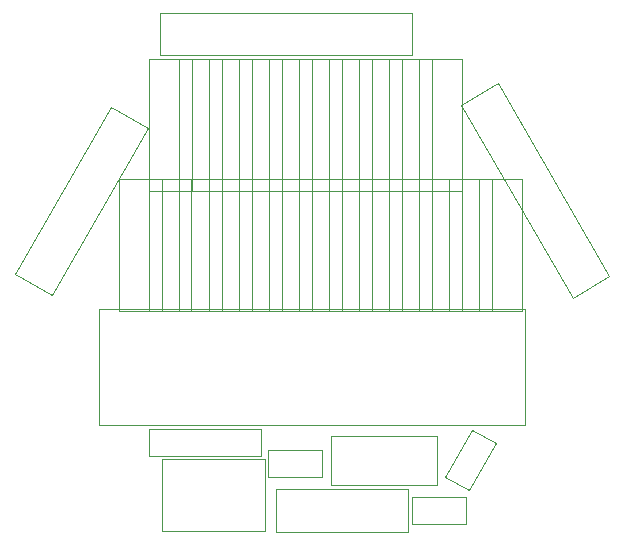
<source format=gbr>
G04 #@! TF.FileFunction,Other,User*
%FSLAX46Y46*%
G04 Gerber Fmt 4.6, Leading zero omitted, Abs format (unit mm)*
G04 Created by KiCad (PCBNEW 4.0.7-e2-6376~58~ubuntu14.04.1) date Sat Apr 21 16:58:32 2018*
%MOMM*%
%LPD*%
G01*
G04 APERTURE LIST*
%ADD10C,0.100000*%
%ADD11C,0.050000*%
G04 APERTURE END LIST*
D10*
D11*
X167778846Y-107098846D02*
X175928846Y-92982632D01*
X175928846Y-92982632D02*
X172811154Y-91182632D01*
X172811154Y-91182632D02*
X164661154Y-105298846D01*
X164661154Y-105298846D02*
X167778846Y-107098846D01*
X185780000Y-120960000D02*
X177130000Y-120960000D01*
X177130000Y-120960000D02*
X177130000Y-127110000D01*
X177130000Y-127110000D02*
X185780000Y-127110000D01*
X185780000Y-127110000D02*
X185780000Y-120960000D01*
X197940000Y-123540000D02*
X186740000Y-123540000D01*
X186740000Y-123540000D02*
X186740000Y-127140000D01*
X186740000Y-127140000D02*
X197940000Y-127140000D01*
X197940000Y-127140000D02*
X197940000Y-123540000D01*
X185510000Y-120750000D02*
X185510000Y-118450000D01*
X185510000Y-118450000D02*
X175960000Y-118450000D01*
X175960000Y-118450000D02*
X175960000Y-120750000D01*
X175960000Y-120750000D02*
X185510000Y-120750000D01*
X202431154Y-90991449D02*
X211856154Y-107316028D01*
X211856154Y-107316028D02*
X214973846Y-105516028D01*
X214973846Y-105516028D02*
X205548846Y-89191449D01*
X205548846Y-89191449D02*
X202431154Y-90991449D01*
X191390000Y-119000000D02*
X191390000Y-123200000D01*
X191390000Y-123200000D02*
X200390000Y-123200000D01*
X200390000Y-123200000D02*
X200390000Y-119000000D01*
X200390000Y-119000000D02*
X191390000Y-119000000D01*
X207820000Y-108290000D02*
X171720000Y-108290000D01*
X171720000Y-108290000D02*
X171720000Y-118090000D01*
X171720000Y-118090000D02*
X207820000Y-118090000D01*
X207820000Y-118090000D02*
X207820000Y-108290000D01*
X198220000Y-124190000D02*
X198220000Y-126490000D01*
X198220000Y-126490000D02*
X202820000Y-126490000D01*
X202820000Y-126490000D02*
X202820000Y-124190000D01*
X202820000Y-124190000D02*
X198220000Y-124190000D01*
X205360929Y-119665673D02*
X203369071Y-118515673D01*
X203369071Y-118515673D02*
X201069071Y-122499390D01*
X201069071Y-122499390D02*
X203060929Y-123649390D01*
X203060929Y-123649390D02*
X205360929Y-119665673D01*
X186040000Y-120230000D02*
X186040000Y-122530000D01*
X186040000Y-122530000D02*
X190640000Y-122530000D01*
X190640000Y-122530000D02*
X190640000Y-120230000D01*
X190640000Y-120230000D02*
X186040000Y-120230000D01*
X207540000Y-108480000D02*
X207540000Y-97280000D01*
X207540000Y-97280000D02*
X203940000Y-97280000D01*
X203940000Y-97280000D02*
X203940000Y-108480000D01*
X203940000Y-108480000D02*
X207540000Y-108480000D01*
X177060000Y-108480000D02*
X177060000Y-97280000D01*
X177060000Y-97280000D02*
X173460000Y-97280000D01*
X173460000Y-97280000D02*
X173460000Y-108480000D01*
X173460000Y-108480000D02*
X177060000Y-108480000D01*
X175950000Y-97260000D02*
X175950000Y-108460000D01*
X175950000Y-108460000D02*
X179550000Y-108460000D01*
X179550000Y-108460000D02*
X179550000Y-97260000D01*
X179550000Y-97260000D02*
X175950000Y-97260000D01*
X176000000Y-87100000D02*
X176000000Y-98300000D01*
X176000000Y-98300000D02*
X179600000Y-98300000D01*
X179600000Y-98300000D02*
X179600000Y-87100000D01*
X179600000Y-87100000D02*
X176000000Y-87100000D01*
X178540000Y-97260000D02*
X178540000Y-108460000D01*
X178540000Y-108460000D02*
X182140000Y-108460000D01*
X182140000Y-108460000D02*
X182140000Y-97260000D01*
X182140000Y-97260000D02*
X178540000Y-97260000D01*
X178540000Y-87100000D02*
X178540000Y-98300000D01*
X178540000Y-98300000D02*
X182140000Y-98300000D01*
X182140000Y-98300000D02*
X182140000Y-87100000D01*
X182140000Y-87100000D02*
X178540000Y-87100000D01*
X181080000Y-87100000D02*
X181080000Y-98300000D01*
X181080000Y-98300000D02*
X184680000Y-98300000D01*
X184680000Y-98300000D02*
X184680000Y-87100000D01*
X184680000Y-87100000D02*
X181080000Y-87100000D01*
X181080000Y-97260000D02*
X181080000Y-108460000D01*
X181080000Y-108460000D02*
X184680000Y-108460000D01*
X184680000Y-108460000D02*
X184680000Y-97260000D01*
X184680000Y-97260000D02*
X181080000Y-97260000D01*
X183620000Y-87100000D02*
X183620000Y-98300000D01*
X183620000Y-98300000D02*
X187220000Y-98300000D01*
X187220000Y-98300000D02*
X187220000Y-87100000D01*
X187220000Y-87100000D02*
X183620000Y-87100000D01*
X183620000Y-97260000D02*
X183620000Y-108460000D01*
X183620000Y-108460000D02*
X187220000Y-108460000D01*
X187220000Y-108460000D02*
X187220000Y-97260000D01*
X187220000Y-97260000D02*
X183620000Y-97260000D01*
X186160000Y-87100000D02*
X186160000Y-98300000D01*
X186160000Y-98300000D02*
X189760000Y-98300000D01*
X189760000Y-98300000D02*
X189760000Y-87100000D01*
X189760000Y-87100000D02*
X186160000Y-87100000D01*
X186160000Y-97260000D02*
X186160000Y-108460000D01*
X186160000Y-108460000D02*
X189760000Y-108460000D01*
X189760000Y-108460000D02*
X189760000Y-97260000D01*
X189760000Y-97260000D02*
X186160000Y-97260000D01*
X188700000Y-87100000D02*
X188700000Y-98300000D01*
X188700000Y-98300000D02*
X192300000Y-98300000D01*
X192300000Y-98300000D02*
X192300000Y-87100000D01*
X192300000Y-87100000D02*
X188700000Y-87100000D01*
X188700000Y-97260000D02*
X188700000Y-108460000D01*
X188700000Y-108460000D02*
X192300000Y-108460000D01*
X192300000Y-108460000D02*
X192300000Y-97260000D01*
X192300000Y-97260000D02*
X188700000Y-97260000D01*
X191240000Y-97260000D02*
X191240000Y-108460000D01*
X191240000Y-108460000D02*
X194840000Y-108460000D01*
X194840000Y-108460000D02*
X194840000Y-97260000D01*
X194840000Y-97260000D02*
X191240000Y-97260000D01*
X191240000Y-87100000D02*
X191240000Y-98300000D01*
X191240000Y-98300000D02*
X194840000Y-98300000D01*
X194840000Y-98300000D02*
X194840000Y-87100000D01*
X194840000Y-87100000D02*
X191240000Y-87100000D01*
X193780000Y-97260000D02*
X193780000Y-108460000D01*
X193780000Y-108460000D02*
X197380000Y-108460000D01*
X197380000Y-108460000D02*
X197380000Y-97260000D01*
X197380000Y-97260000D02*
X193780000Y-97260000D01*
X193780000Y-87100000D02*
X193780000Y-98300000D01*
X193780000Y-98300000D02*
X197380000Y-98300000D01*
X197380000Y-98300000D02*
X197380000Y-87100000D01*
X197380000Y-87100000D02*
X193780000Y-87100000D01*
X196320000Y-87100000D02*
X196320000Y-98300000D01*
X196320000Y-98300000D02*
X199920000Y-98300000D01*
X199920000Y-98300000D02*
X199920000Y-87100000D01*
X199920000Y-87100000D02*
X196320000Y-87100000D01*
X196320000Y-97260000D02*
X196320000Y-108460000D01*
X196320000Y-108460000D02*
X199920000Y-108460000D01*
X199920000Y-108460000D02*
X199920000Y-97260000D01*
X199920000Y-97260000D02*
X196320000Y-97260000D01*
X198860000Y-87100000D02*
X198860000Y-98300000D01*
X198860000Y-98300000D02*
X202460000Y-98300000D01*
X202460000Y-98300000D02*
X202460000Y-87100000D01*
X202460000Y-87100000D02*
X198860000Y-87100000D01*
X198860000Y-97260000D02*
X198860000Y-108460000D01*
X198860000Y-108460000D02*
X202460000Y-108460000D01*
X202460000Y-108460000D02*
X202460000Y-97260000D01*
X202460000Y-97260000D02*
X198860000Y-97260000D01*
X201400000Y-97260000D02*
X201400000Y-108460000D01*
X201400000Y-108460000D02*
X205000000Y-108460000D01*
X205000000Y-108460000D02*
X205000000Y-97260000D01*
X205000000Y-97260000D02*
X201400000Y-97260000D01*
X198290000Y-83210000D02*
X176940000Y-83210000D01*
X176940000Y-83210000D02*
X176940000Y-86810000D01*
X176940000Y-86810000D02*
X198290000Y-86810000D01*
X198290000Y-86810000D02*
X198290000Y-83210000D01*
M02*

</source>
